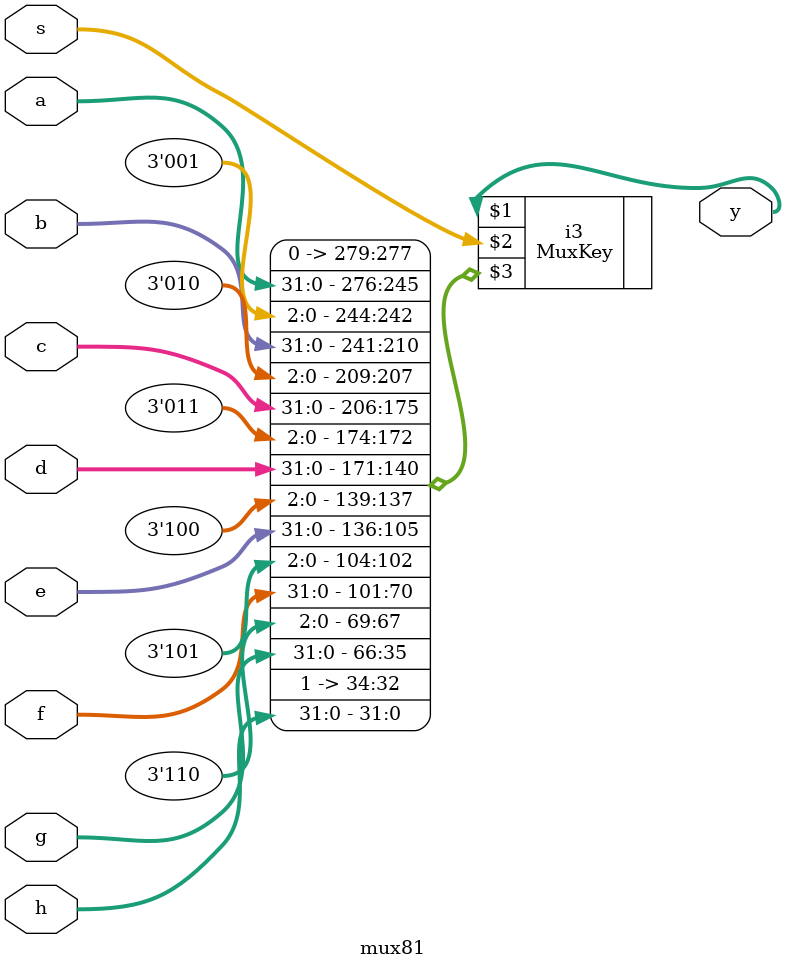
<source format=v>
module mux81(a,b,c,d,e,f,g,h,s,y);
  input  [31:0] a,b,c,d,e,f,g,h;
  input  [2:0]  s;
  output [31:0] y;
  MuxKey #(8, 3, 32) i3 (y, s, {
    3'b000, a,
    3'b001, b,
    3'b010, c,
    3'b011, d,
    3'b100, e,
    3'b101, f,
    3'b110, g,
    3'b111, h
  });

endmodule

</source>
